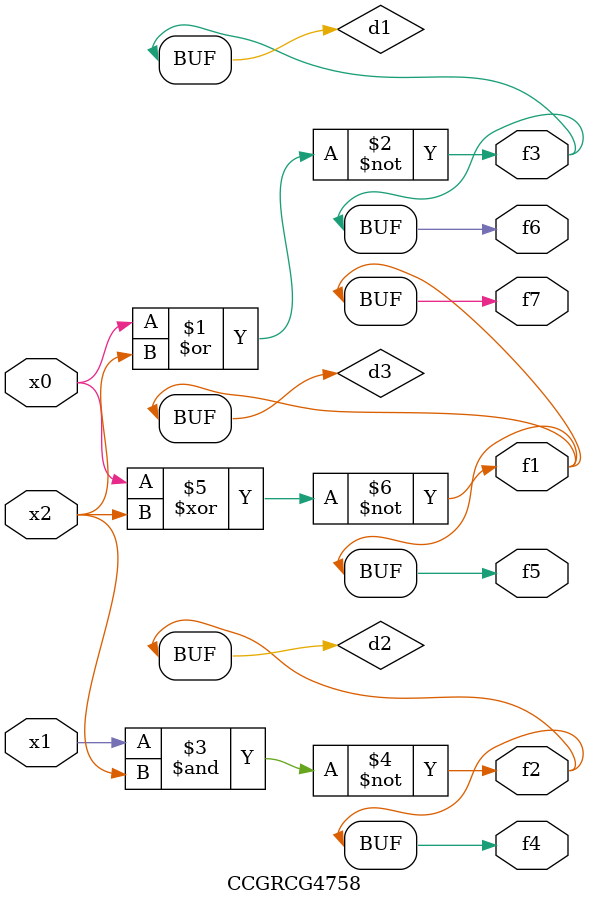
<source format=v>
module CCGRCG4758(
	input x0, x1, x2,
	output f1, f2, f3, f4, f5, f6, f7
);

	wire d1, d2, d3;

	nor (d1, x0, x2);
	nand (d2, x1, x2);
	xnor (d3, x0, x2);
	assign f1 = d3;
	assign f2 = d2;
	assign f3 = d1;
	assign f4 = d2;
	assign f5 = d3;
	assign f6 = d1;
	assign f7 = d3;
endmodule

</source>
